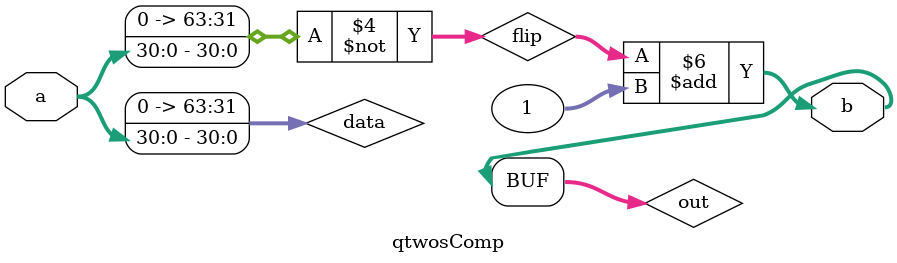
<source format=v>
`timescale 1ns / 1ns

/* Use the decimal part of input in b[30:15] and the fractional value of ROM in a[14:0] and the 
   the decimal value of a in a[30:15] if any. Use the signs of both in [31] part. */

module FPM(
    input [31:0] a,
    input [31:0] b,
    output reg [10:0] multout
    );
   
  wire [63:0] a_ext;
  wire [63:0] b_ext;
  wire [63:0] r_ext;
  
  reg [63:0] a_mult;
  reg [63:0] b_mult;
  reg [63:0] result;
  reg [63:0] retVal;
  wire [31:0] c;
  wire [10:0] multoutN;
  reg [30:0] remainder;
  wire [30:0] Quotient; 
  
  //Parameterized values
  parameter Q = 15;
  parameter N = 32;

  qtwosComp #(Q,N) comp_a (a[30:0], a_ext);

  qtwosComp #(Q,N) comp_b (b[30:0], b_ext);
  
  qtwosComp #(Q,N) comp_r (result[N-2+Q:Q], r_ext);
  
  assign c = retVal;
  assign multoutN = c[30:0]/10000;
  assign Quotient = multoutN*10000;
  always @(*) begin
    remainder = c[30:0]-Quotient;
    if (remainder>=5000) multout<=multoutN+1;
  else multout <=multoutN;
  end
  
  
  always @(a_ext,b_ext)
  begin
    if(a[N-1] == 1)
      a_mult <= a_ext;
    else
      a_mult <= a;
      
    if(b[N-1] == 1)
      b_mult <= b_ext;
    else
      b_mult <= b;		
  end 
  
  always @(a_mult,b_mult)
  begin
    result <= a_mult * b_mult;
  end;
  
  always @(result,r_ext)
  begin		
    //sign
    if((a[N-1] == 1 && b[N-1] == 0) || (a[N-1] == 0 && b[N-1] == 1)) begin
      retVal[N-1] <= 1;
      retVal[N-2:0] <= r_ext[N-2:0];
    end
    else begin
      retVal[N-1] <= 0;
      retVal[N-2:0] <= result[N-2+Q:Q];
    end
  end

endmodule

module qtwosComp(
    input [30:0] a,
    output [63:0] b
    );
  reg [63:0] data;
  reg [63:0] flip;
  reg [63:0] out;
  
  parameter Q=15;
  parameter N=32;
  
  assign b = out;
  
  always @(a)
  begin
    data <= a;		//if you dont put the value into a 64b register, when you flip the bits it wont work right
  end
  
  always @(data)
  begin
    flip <= ~a;
  end
  
  always @(flip)
  begin
    out <= flip + 1;
  end

endmodule
</source>
